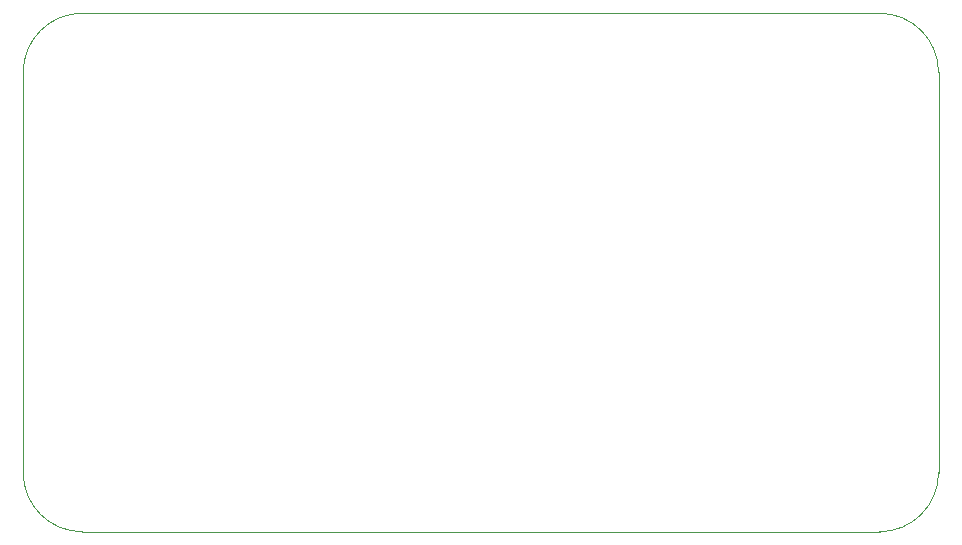
<source format=gbr>
%TF.GenerationSoftware,KiCad,Pcbnew,9.0.0*%
%TF.CreationDate,2025-04-09T09:51:51+03:00*%
%TF.ProjectId,baseball_main_pcb,62617365-6261-46c6-9c5f-6d61696e5f70,rev?*%
%TF.SameCoordinates,Original*%
%TF.FileFunction,Profile,NP*%
%FSLAX46Y46*%
G04 Gerber Fmt 4.6, Leading zero omitted, Abs format (unit mm)*
G04 Created by KiCad (PCBNEW 9.0.0) date 2025-04-09 09:51:51*
%MOMM*%
%LPD*%
G01*
G04 APERTURE LIST*
%TA.AperFunction,Profile*%
%ADD10C,0.050000*%
%TD*%
G04 APERTURE END LIST*
D10*
X210200000Y-97000000D02*
G75*
G02*
X205200000Y-102000000I-5000000J0D01*
G01*
X137700000Y-102000000D02*
G75*
G02*
X132700000Y-97000000I0J5000000D01*
G01*
X132700000Y-97000000D02*
X132700000Y-63100000D01*
X205200000Y-58100000D02*
G75*
G02*
X210200000Y-63100000I0J-5000000D01*
G01*
X205200000Y-102000000D02*
X137700000Y-102000000D01*
X210200000Y-63100000D02*
X210200000Y-97000000D01*
X137700000Y-58100000D02*
X205200000Y-58100000D01*
X132700000Y-63100000D02*
G75*
G02*
X137700000Y-58100000I5000000J0D01*
G01*
M02*

</source>
